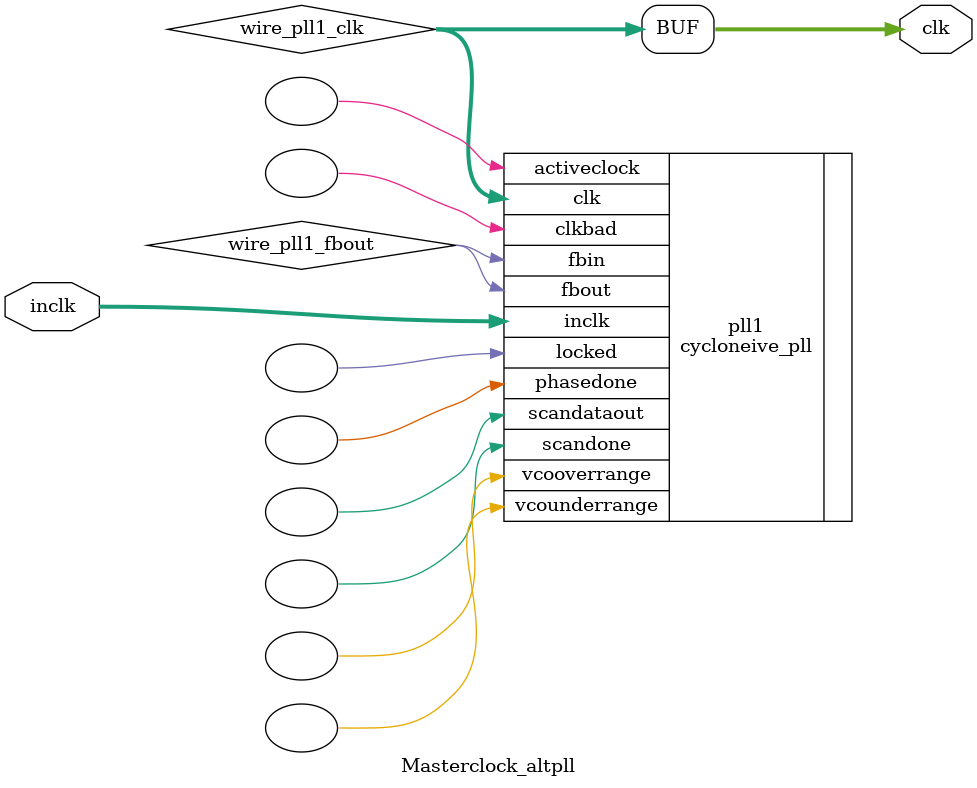
<source format=v>






//synthesis_resources = cycloneive_pll 1 
//synopsys translate_off
`timescale 1 ps / 1 ps
//synopsys translate_on
module  Masterclock_altpll
	( 
	clk,
	inclk) /* synthesis synthesis_clearbox=1 */;
	output   [4:0]  clk;
	input   [1:0]  inclk;
`ifndef ALTERA_RESERVED_QIS
// synopsys translate_off
`endif
	tri0   [1:0]  inclk;
`ifndef ALTERA_RESERVED_QIS
// synopsys translate_on
`endif

	wire  [4:0]   wire_pll1_clk;
	wire  wire_pll1_fbout;

	cycloneive_pll   pll1
	( 
	.activeclock(),
	.clk(wire_pll1_clk),
	.clkbad(),
	.fbin(wire_pll1_fbout),
	.fbout(wire_pll1_fbout),
	.inclk(inclk),
	.locked(),
	.phasedone(),
	.scandataout(),
	.scandone(),
	.vcooverrange(),
	.vcounderrange()
	`ifndef FORMAL_VERIFICATION
	// synopsys translate_off
	`endif
	,
	.areset(1'b0),
	.clkswitch(1'b0),
	.configupdate(1'b0),
	.pfdena(1'b1),
	.phasecounterselect({3{1'b0}}),
	.phasestep(1'b0),
	.phaseupdown(1'b0),
	.scanclk(1'b0),
	.scanclkena(1'b1),
	.scandata(1'b0)
	`ifndef FORMAL_VERIFICATION
	// synopsys translate_on
	`endif
	);
	defparam
		pll1.bandwidth_type = "auto",
		pll1.clk0_divide_by = 625,
		pll1.clk0_duty_cycle = 50,
		pll1.clk0_multiply_by = 64,
		pll1.clk0_phase_shift = "0",
		pll1.compensate_clock = "clk0",
		pll1.inclk0_input_frequency = 20000,
		pll1.operation_mode = "normal",
		pll1.pll_type = "auto",
		pll1.lpm_type = "cycloneive_pll";
	assign
		clk = {wire_pll1_clk[4:0]};
endmodule //Masterclock_altpll
//VALID FILE

</source>
